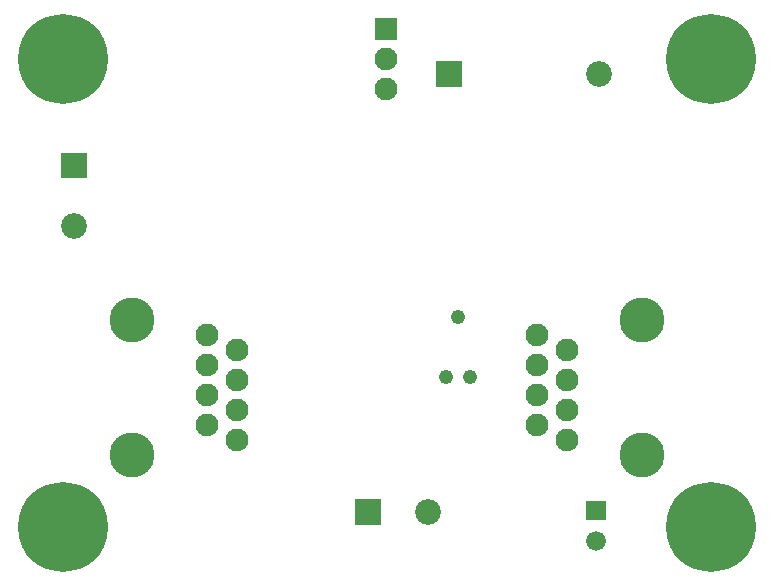
<source format=gbr>
G04 start of page 8 for group -4062 idx -4062 *
G04 Title: (unknown), soldermask *
G04 Creator: pcb 20140316 *
G04 CreationDate: Fri 02 Jun 2017 03:09:38 AM GMT UTC *
G04 For: railfan *
G04 Format: Gerber/RS-274X *
G04 PCB-Dimensions (mil): 2500.00 1900.00 *
G04 PCB-Coordinate-Origin: lower left *
%MOIN*%
%FSLAX25Y25*%
%LNBOTTOMMASK*%
%ADD93C,0.0660*%
%ADD92C,0.2997*%
%ADD91C,0.1500*%
%ADD90C,0.0860*%
%ADD89C,0.0760*%
%ADD88C,0.0001*%
%ADD87C,0.0490*%
G54D87*X148500Y87000D03*
X152500Y67000D03*
X144500D03*
G54D88*G36*
X141200Y172300D02*Y163700D01*
X149800D01*
Y172300D01*
X141200D01*
G37*
G54D89*X185000Y66000D03*
G54D90*X195500Y168000D03*
G54D89*X175000Y71000D03*
Y81000D03*
X75000Y66000D03*
X65000Y61000D03*
X75000Y56000D03*
X65000Y51000D03*
Y81000D03*
X75000Y76000D03*
X65000Y71000D03*
X75000Y46000D03*
G54D88*G36*
X114200Y26300D02*Y17700D01*
X122800D01*
Y26300D01*
X114200D01*
G37*
G54D90*X138500Y22000D03*
G54D91*X40000Y86000D03*
G54D92*X17000Y173000D03*
G54D88*G36*
X16200Y141800D02*Y133200D01*
X24800D01*
Y141800D01*
X16200D01*
G37*
G54D90*X20500Y117500D03*
G54D91*X40000Y41000D03*
G54D92*X17000Y17000D03*
G54D88*G36*
X120700Y186800D02*Y179200D01*
X128300D01*
Y186800D01*
X120700D01*
G37*
G54D89*X124500Y173000D03*
Y163000D03*
G54D92*X233000Y173000D03*
Y17000D03*
G54D89*X185000Y46000D03*
X175000Y51000D03*
X185000Y56000D03*
X175000Y61000D03*
X185000Y76000D03*
G54D91*X210000Y86000D03*
Y41000D03*
G54D88*G36*
X191200Y25800D02*Y19200D01*
X197800D01*
Y25800D01*
X191200D01*
G37*
G54D93*X194500Y12500D03*
M02*

</source>
